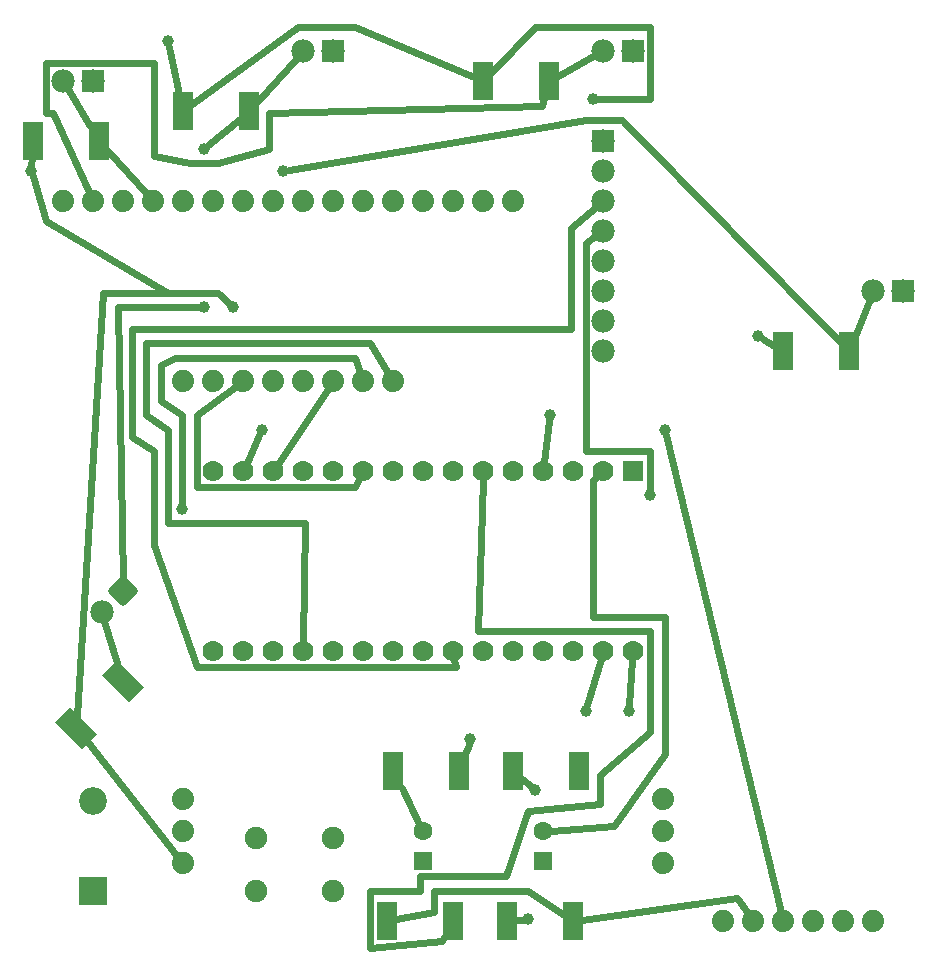
<source format=gtl>
G04 MADE WITH FRITZING*
G04 WWW.FRITZING.ORG*
G04 DOUBLE SIDED*
G04 HOLES PLATED*
G04 CONTOUR ON CENTER OF CONTOUR VECTOR*
%ASAXBY*%
%FSLAX23Y23*%
%MOIN*%
%OFA0B0*%
%SFA1.0B1.0*%
%ADD10C,0.062992*%
%ADD11C,0.075000*%
%ADD12C,0.078000*%
%ADD13C,0.074000*%
%ADD14C,0.070000*%
%ADD15C,0.092000*%
%ADD16C,0.039370*%
%ADD17R,0.062992X0.062992*%
%ADD18R,0.070866X0.125984*%
%ADD19R,0.078000X0.078000*%
%ADD20R,0.070000X0.069972*%
%ADD21R,0.092000X0.092000*%
%ADD22C,0.024000*%
%ADD23C,0.020000*%
%LNCOPPER1*%
G90*
G70*
G54D10*
X1366Y355D03*
X1366Y453D03*
X1766Y355D03*
X1766Y453D03*
G54D11*
X810Y432D03*
X1066Y432D03*
X810Y255D03*
X1066Y255D03*
G54D12*
X2966Y2255D03*
X2866Y2255D03*
X2066Y3055D03*
X1966Y3055D03*
X1066Y3055D03*
X966Y3055D03*
X266Y2955D03*
X166Y2955D03*
X366Y1255D03*
X296Y1184D03*
G54D13*
X166Y2555D03*
X266Y2555D03*
X366Y2555D03*
X466Y2555D03*
X566Y2555D03*
X666Y2555D03*
X766Y2555D03*
X866Y2555D03*
X966Y2555D03*
X1066Y2555D03*
X1166Y2555D03*
X1266Y2555D03*
X1366Y2555D03*
X1466Y2555D03*
X1566Y2555D03*
X1666Y2555D03*
X566Y1955D03*
X666Y1955D03*
X766Y1955D03*
X866Y1955D03*
X966Y1955D03*
X1066Y1955D03*
X1166Y1955D03*
X1266Y1955D03*
G54D12*
X1966Y2755D03*
X1966Y2655D03*
X1966Y2555D03*
X1966Y2455D03*
X1966Y2355D03*
X1966Y2255D03*
X1966Y2155D03*
X1966Y2055D03*
G54D13*
X2866Y155D03*
X2766Y155D03*
X2666Y155D03*
X2566Y155D03*
X2466Y155D03*
X2366Y155D03*
G54D14*
X2066Y1655D03*
X1966Y1655D03*
X1866Y1655D03*
X1766Y1655D03*
X1666Y1655D03*
X1566Y1655D03*
X1466Y1655D03*
X1366Y1655D03*
X1266Y1655D03*
X1166Y1655D03*
X1066Y1655D03*
X966Y1655D03*
X866Y1655D03*
X766Y1655D03*
X666Y1655D03*
X2066Y1055D03*
X1966Y1055D03*
X1866Y1055D03*
X1766Y1055D03*
X1666Y1055D03*
X1566Y1055D03*
X1466Y1055D03*
X1366Y1055D03*
X1266Y1055D03*
X1166Y1055D03*
X1066Y1055D03*
X966Y1055D03*
X866Y1055D03*
X766Y1055D03*
X666Y1055D03*
G54D13*
X566Y562D03*
X566Y455D03*
X566Y348D03*
X566Y562D03*
X566Y455D03*
X566Y348D03*
G54D15*
X266Y255D03*
X266Y555D03*
G54D13*
X2166Y348D03*
X2166Y455D03*
X2166Y562D03*
X2166Y348D03*
X2166Y455D03*
X2166Y562D03*
G54D16*
X1524Y760D03*
X828Y1792D03*
X564Y1528D03*
X636Y2728D03*
X1740Y592D03*
X2052Y856D03*
X732Y2200D03*
X516Y3088D03*
X60Y2656D03*
X2484Y2104D03*
X1932Y2896D03*
X1788Y1840D03*
X1908Y856D03*
X636Y2200D03*
X1716Y160D03*
X900Y2656D03*
X2124Y1576D03*
X2172Y1792D03*
G54D17*
X1366Y355D03*
X1766Y355D03*
G54D18*
X1487Y655D03*
X1266Y655D03*
X1887Y655D03*
X1666Y655D03*
G54D19*
X2966Y2255D03*
X2066Y3055D03*
X1066Y3055D03*
X266Y2955D03*
G54D18*
X2787Y2055D03*
X2566Y2055D03*
G54D19*
X1966Y2755D03*
G54D18*
X1787Y2955D03*
X1566Y2955D03*
X787Y2855D03*
X566Y2855D03*
X287Y2755D03*
X66Y2755D03*
X1646Y155D03*
X1866Y155D03*
X1246Y155D03*
X1466Y155D03*
G54D20*
X2066Y1655D03*
G54D21*
X266Y255D03*
G54D22*
X1295Y597D02*
X1354Y477D01*
D02*
X2448Y180D02*
X2412Y232D01*
X2412Y232D02*
X1896Y159D01*
D02*
X1276Y160D02*
X1404Y184D01*
X1404Y184D02*
X1404Y256D01*
X1404Y256D02*
X1716Y256D01*
X1716Y256D02*
X1836Y175D01*
D02*
X1565Y1626D02*
X1548Y1120D01*
X1548Y1120D02*
X2124Y1120D01*
X2124Y1120D02*
X2124Y784D01*
X2124Y784D02*
X1956Y640D01*
X1956Y640D02*
X1956Y544D01*
X1956Y544D02*
X1716Y520D01*
X1716Y520D02*
X1644Y304D01*
X1644Y304D02*
X1356Y304D01*
X1356Y304D02*
X1356Y256D01*
X1356Y256D02*
X1188Y256D01*
X1188Y256D02*
X1188Y64D01*
X1188Y64D02*
X1428Y88D01*
X1428Y88D02*
X1436Y102D01*
D02*
X882Y1679D02*
X1049Y1929D01*
D02*
X182Y2929D02*
X257Y2804D01*
D02*
X445Y2578D02*
X317Y2721D01*
D02*
X304Y1155D02*
X347Y1016D01*
D02*
X946Y3032D02*
X817Y2888D01*
D02*
X651Y2740D02*
X757Y2829D01*
D02*
X1696Y629D02*
X1726Y604D01*
D02*
X1945Y1635D02*
X1932Y1624D01*
X1932Y1624D02*
X1932Y1168D01*
X1932Y1168D02*
X2172Y1168D01*
X2172Y1168D02*
X2172Y712D01*
X2172Y712D02*
X2004Y472D01*
X2004Y472D02*
X1793Y455D01*
D02*
X1154Y1628D02*
X1140Y1600D01*
X1140Y1600D02*
X612Y1600D01*
X612Y1600D02*
X612Y1840D01*
X612Y1840D02*
X741Y1936D01*
D02*
X1156Y1984D02*
X1140Y2032D01*
X1140Y2032D02*
X540Y2032D01*
X540Y2032D02*
X492Y2008D01*
X492Y2008D02*
X492Y1888D01*
X492Y1888D02*
X564Y1840D01*
X564Y1840D02*
X564Y1547D01*
D02*
X820Y1774D02*
X778Y1681D01*
D02*
X1250Y1981D02*
X1188Y2080D01*
X1188Y2080D02*
X444Y2080D01*
X444Y2080D02*
X444Y1840D01*
X444Y1840D02*
X516Y1792D01*
X516Y1792D02*
X516Y1480D01*
X516Y1480D02*
X972Y1480D01*
X972Y1480D02*
X967Y1084D01*
D02*
X1518Y742D02*
X1507Y712D01*
D02*
X1941Y2438D02*
X1908Y2416D01*
X1908Y2416D02*
X1908Y1720D01*
X1908Y1720D02*
X2124Y1720D01*
X2124Y1720D02*
X2124Y1595D01*
D02*
X2559Y185D02*
X2176Y1773D01*
D02*
X1943Y2535D02*
X1860Y2464D01*
X1860Y2464D02*
X1860Y2128D01*
X1860Y2128D02*
X396Y2128D01*
X396Y2128D02*
X396Y1768D01*
X396Y1768D02*
X468Y1720D01*
X468Y1720D02*
X468Y1408D01*
X468Y1408D02*
X612Y1000D01*
X612Y1000D02*
X1476Y1000D01*
X1476Y1000D02*
X1471Y1026D01*
D02*
X1940Y3040D02*
X1817Y2971D01*
D02*
X253Y2583D02*
X132Y2848D01*
X132Y2848D02*
X108Y2848D01*
X108Y2848D02*
X108Y3016D01*
X108Y3016D02*
X468Y3016D01*
X468Y3016D02*
X468Y2704D01*
X468Y2704D02*
X588Y2680D01*
X588Y2680D02*
X684Y2680D01*
X684Y2680D02*
X852Y2728D01*
X852Y2728D02*
X852Y2848D01*
X852Y2848D02*
X1764Y2872D01*
X1764Y2872D02*
X1771Y2897D01*
D02*
X2855Y2227D02*
X2810Y2112D01*
D02*
X919Y2659D02*
X1908Y2824D01*
X1908Y2824D02*
X2028Y2824D01*
X2028Y2824D02*
X2757Y2085D01*
D02*
X1676Y157D02*
X1697Y158D01*
D02*
X617Y2200D02*
X348Y2200D01*
X348Y2200D02*
X366Y1285D01*
D02*
X1958Y1027D02*
X1913Y874D01*
D02*
X1786Y1821D02*
X1770Y1684D01*
D02*
X1951Y2896D02*
X2124Y2896D01*
X2124Y2896D02*
X2124Y3136D01*
X2124Y3136D02*
X1740Y3136D01*
X1740Y3136D02*
X1596Y2986D01*
D02*
X2536Y2072D02*
X2500Y2094D01*
D02*
X596Y2877D02*
X948Y3136D01*
X948Y3136D02*
X1140Y3136D01*
X1140Y3136D02*
X1536Y2967D01*
D02*
X63Y2697D02*
X61Y2675D01*
D02*
X520Y3069D02*
X554Y2912D01*
D02*
X719Y2213D02*
X684Y2248D01*
X684Y2248D02*
X516Y2248D01*
X516Y2248D02*
X108Y2488D01*
X108Y2488D02*
X65Y2637D01*
D02*
X2064Y1026D02*
X2053Y875D01*
D02*
X213Y839D02*
X300Y2248D01*
X300Y2248D02*
X516Y2248D01*
D02*
X547Y372D02*
X246Y753D01*
G54D23*
X407Y1255D02*
X366Y1214D01*
X325Y1255D01*
X366Y1296D01*
X407Y1255D01*
D02*
G36*
X386Y885D02*
X297Y974D01*
X347Y1024D01*
X436Y935D01*
X386Y885D01*
G37*
D02*
G36*
X230Y729D02*
X141Y818D01*
X191Y868D01*
X280Y779D01*
X230Y729D01*
G37*
D02*
G04 End of Copper1*
M02*
</source>
